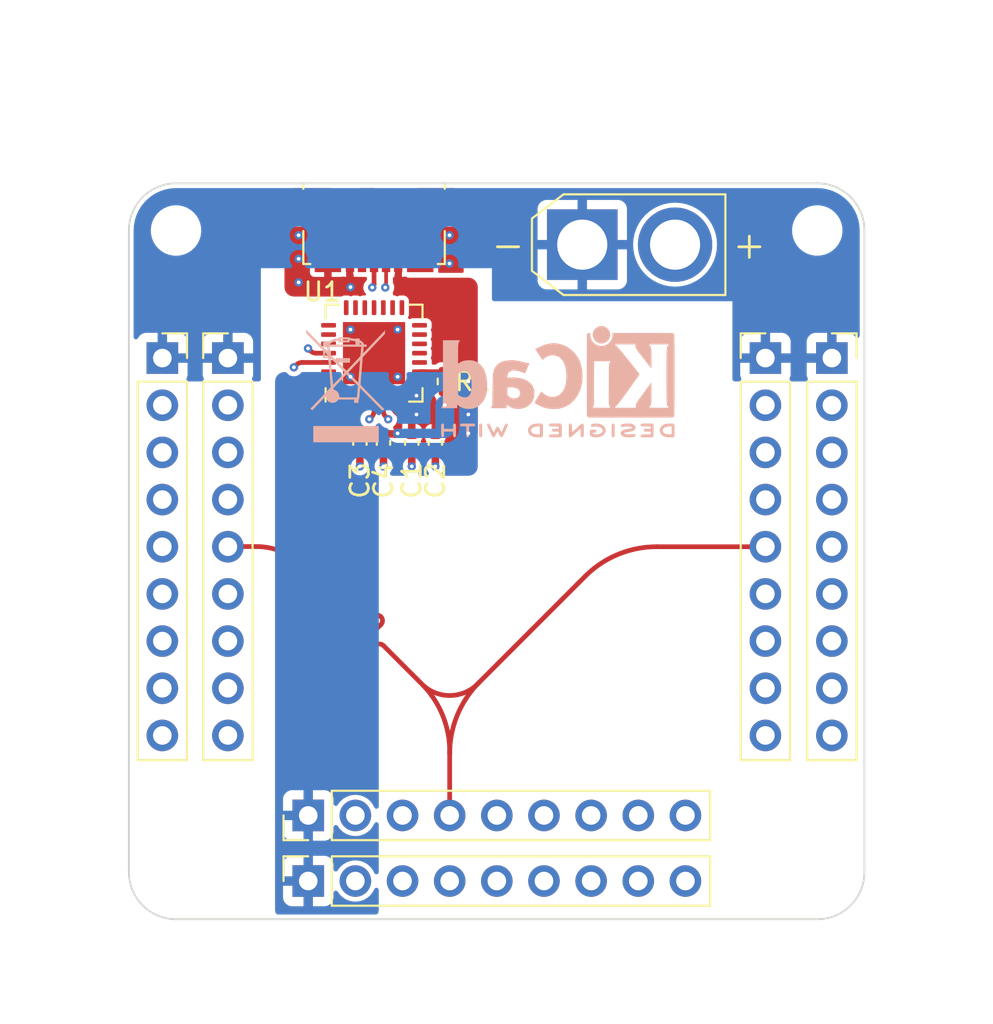
<source format=kicad_pcb>
(kicad_pcb (version 20211014) (generator pcbnew)
  (layers (0 "F.Cu" signal "Front") (1 "In1.Cu" signal) (2 "In2.Cu" signal) (31 "B.Cu" signal "Back") (34 "B.Paste" user) (35 "F.Paste" user) (36 "B.SilkS" user "B.Silkscreen") (37 "F.SilkS" user "F.Silkscreen") (38 "B.Mask" user) (39 "F.Mask" user) (44 "Edge.Cuts" user))
  (net 0 "")
  (net 1 "VBUS")
  (net 2 "GNDREF")
  (net 3 "+3V3")
  (net 4 "/D-")
  (net 5 "/D+")
  (net 6 "/SYNC")
  (net 7 "Net-(R1-Pad2)")
  (net 27 "/VS")
  (net 28 "/3V3_CAM1")
  (net 29 "/GPIO3{slash}TX_CAM1")
  (net 30 "/OPTO_GND_CAM1")
  (net 31 "/OPTO_OUT_CAM1")
  (net 32 "/OPTO_IN_CAM1")
  (net 33 "/3V3_CAM2")
  (net 34 "/GPIO3{slash}TX_CAM2")
  (net 35 "/OPTO_GND_CAM2")
  (net 36 "/OPTO_OUT_CAM2")
  (net 37 "/OPTO_IN_CAM2")
  (net 38 "/TX1")
  (net 39 "/RX1")
  (net 40 "/RESTORE")
  (net 41 "/SYNC_IN")
  (net 42 "/TX2")
  (net 43 "/RX2")
  (footprint "Capacitor_SMD:C_0402_1005Metric" (layer "F.Cu") (at 70.358 64.77 -90)
    (fp_text reference "C4" (at 2.032 0 -90) (layer "F.SilkS"))
    (fp_text value "4u7")
    (pad "1" smd roundrect (at -0.48 0 270) (size 0.56 0.62) (layers "F.Cu" "F.Paste" "F.Mask") (net 3 "+3V3"))
    (pad "2" smd roundrect (at 0.48 0 270) (size 0.56 0.62) (layers "F.Cu" "F.Paste" "F.Mask") (net 2 "GNDREF"))
  )
  (footprint "Package_DFN_QFN:QFN-28-1EP_5x5mm_P0.5mm_EP3.35x3.35mm" (layer "F.Cu") (at 69.85 59.944 90)
    (fp_text reference "U1" (at 3.302 -2.794 180) (layer "F.SilkS"))
    (fp_text value "CP2102N-Axx-xQFN28")
    (pad "1" smd roundrect (at -2.45 -1.5 90) (size 0.8 0.25) (layers "F.Cu" "F.Paste" "F.Mask"))
    (pad "2" smd roundrect (at -2.45 -1 90) (size 0.8 0.25) (layers "F.Cu" "F.Paste" "F.Mask"))
    (pad "3" smd roundrect (at -2.45 -0.5 90) (size 0.8 0.25) (layers "F.Cu" "F.Paste" "F.Mask") (net 2 "GNDREF"))
    (pad "4" smd roundrect (at -2.45 0 90) (size 0.8 0.25) (layers "F.Cu" "F.Paste" "F.Mask") (net 5 "/D+"))
    (pad "5" smd roundrect (at -2.45 0.5 90) (size 0.8 0.25) (layers "F.Cu" "F.Paste" "F.Mask") (net 4 "/D-"))
    (pad "6" smd roundrect (at -2.45 1 90) (size 0.8 0.25) (layers "F.Cu" "F.Paste" "F.Mask") (net 3 "+3V3"))
    (pad "7" smd roundrect (at -2.45 1.5 90) (size 0.8 0.25) (layers "F.Cu" "F.Paste" "F.Mask") (net 1 "VBUS"))
    (pad "8" smd roundrect (at -1.5 2.45 90) (size 0.25 0.8) (layers "F.Cu" "F.Paste" "F.Mask") (net 1 "VBUS"))
    (pad "9" smd roundrect (at -1 2.45 90) (size 0.25 0.8) (layers "F.Cu" "F.Paste" "F.Mask") (net 7 "Net-(R1-Pad2)"))
    (pad "10" smd roundrect (at -0.5 2.45 90) (size 0.25 0.8) (layers "F.Cu" "F.Paste" "F.Mask"))
    (pad "11" smd roundrect (at 0 2.45 90) (size 0.25 0.8) (layers "F.Cu" "F.Paste" "F.Mask"))
    (pad "12" smd roundrect (at 0.5 2.45 90) (size 0.25 0.8) (layers "F.Cu" "F.Paste" "F.Mask"))
    (pad "13" smd roundrect (at 1 2.45 90) (size 0.25 0.8) (layers "F.Cu" "F.Paste" "F.Mask"))
    (pad "14" smd roundrect (at 1.5 2.45 90) (size 0.25 0.8) (layers "F.Cu" "F.Paste" "F.Mask"))
    (pad "15" smd roundrect (at 2.45 1.5 90) (size 0.8 0.25) (layers "F.Cu" "F.Paste" "F.Mask"))
    (pad "16" smd roundrect (at 2.45 1 90) (size 0.8 0.25) (layers "F.Cu" "F.Paste" "F.Mask"))
    (pad "17" smd roundrect (at 2.45 0.5 90) (size 0.8 0.25) (layers "F.Cu" "F.Paste" "F.Mask"))
    (pad "18" smd roundrect (at 2.45 0 90) (size 0.8 0.25) (layers "F.Cu" "F.Paste" "F.Mask"))
    (pad "19" smd roundrect (at 2.45 -0.5 90) (size 0.8 0.25) (layers "F.Cu" "F.Paste" "F.Mask"))
    (pad "20" smd roundrect (at 2.45 -1 90) (size 0.8 0.25) (layers "F.Cu" "F.Paste" "F.Mask"))
    (pad "21" smd roundrect (at 2.45 -1.5 90) (size 0.8 0.25) (layers "F.Cu" "F.Paste" "F.Mask"))
    (pad "22" smd roundrect (at 1.5 -2.45 90) (size 0.25 0.8) (layers "F.Cu" "F.Paste" "F.Mask"))
    (pad "23" smd roundrect (at 1 -2.45 90) (size 0.25 0.8) (layers "F.Cu" "F.Paste" "F.Mask"))
    (pad "24" smd roundrect (at 0.5 -2.45 90) (size 0.25 0.8) (layers "F.Cu" "F.Paste" "F.Mask"))
    (pad "25" smd roundrect (at 0 -2.45 90) (size 0.25 0.8) (layers "F.Cu" "F.Paste" "F.Mask") (net 43 "/RX2"))
    (pad "26" smd roundrect (at -0.5 -2.45 90) (size 0.25 0.8) (layers "F.Cu" "F.Paste" "F.Mask") (net 42 "/TX2"))
    (pad "27" smd roundrect (at -1 -2.45 90) (size 0.25 0.8) (layers "F.Cu" "F.Paste" "F.Mask"))
    (pad "28" smd roundrect (at -1.5 -2.45 90) (size 0.25 0.8) (layers "F.Cu" "F.Paste" "F.Mask"))
    (pad "29" smd rect (at 0 0 90) (size 3.35 3.35) (layers "F.Cu" "F.Mask") (net 2 "GNDREF"))
  )
  (footprint "MountingHole:MountingHole_2.2mm_M2" (layer "F.Cu") (at 59.182 87.884)
    (fp_text reference "REF**" hide)
    (fp_text value "MountingHole_2.2mm_M2")
    (pad "" np_thru_hole circle (at 0 0) (size 2.2 2.2) (drill 2.2) (layers *.Cu *.Mask))
  )
  (footprint "Connector_PinSocket_2.54mm:PinSocket_1x09_P2.54mm_Vertical" (layer "F.Cu") (at 58.445 60.208008)
    (fp_text reference "J6" hide)
    (fp_text value "Conn_01x09_Female")
    (pad "1" thru_hole rect (at 0 0) (size 1.7 1.7) (drill 1) (layers *.Cu *.Mask) (net 27 "/VS"))
    (pad "2" thru_hole oval (at 0 2.54) (size 1.7 1.7) (drill 1) (layers *.Cu *.Mask) (net 2 "GNDREF"))
    (pad "3" thru_hole oval (at 0 5.08) (size 1.7 1.7) (drill 1) (layers *.Cu *.Mask) (net 28 "/3V3_CAM1"))
    (pad "4" thru_hole oval (at 0 7.62) (size 1.7 1.7) (drill 1) (layers *.Cu *.Mask) (net 29 "/GPIO3{slash}TX_CAM1"))
    (pad "5" thru_hole oval (at 0 10.16) (size 1.7 1.7) (drill 1) (layers *.Cu *.Mask) (net 6 "/SYNC"))
    (pad "6" thru_hole oval (at 0 12.7) (size 1.7 1.7) (drill 1) (layers *.Cu *.Mask) (net 2 "GNDREF"))
    (pad "7" thru_hole oval (at 0 15.24) (size 1.7 1.7) (drill 1) (layers *.Cu *.Mask) (net 30 "/OPTO_GND_CAM1"))
    (pad "8" thru_hole oval (at 0 17.78) (size 1.7 1.7) (drill 1) (layers *.Cu *.Mask) (net 31 "/OPTO_OUT_CAM1"))
    (pad "9" thru_hole oval (at 0 20.32) (size 1.7 1.7) (drill 1) (layers *.Cu *.Mask) (net 32 "/OPTO_IN_CAM1"))
  )
  (footprint "Connector_PinHeader_2.54mm:PinHeader_1x09_P2.54mm_Vertical" (layer "F.Cu") (at 90.932 60.208)
    (fp_text reference "J4" hide)
    (fp_text value "Conn_01x09_Male")
    (pad "1" thru_hole rect (at 0 0) (size 1.7 1.7) (drill 1) (layers *.Cu *.Mask) (net 27 "/VS"))
    (pad "2" thru_hole oval (at 0 2.54) (size 1.7 1.7) (drill 1) (layers *.Cu *.Mask) (net 2 "GNDREF"))
    (pad "3" thru_hole oval (at 0 5.08) (size 1.7 1.7) (drill 1) (layers *.Cu *.Mask) (net 33 "/3V3_CAM2"))
    (pad "4" thru_hole oval (at 0 7.62) (size 1.7 1.7) (drill 1) (layers *.Cu *.Mask) (net 34 "/GPIO3{slash}TX_CAM2"))
    (pad "5" thru_hole oval (at 0 10.16) (size 1.7 1.7) (drill 1) (layers *.Cu *.Mask) (net 6 "/SYNC"))
    (pad "6" thru_hole oval (at 0 12.7) (size 1.7 1.7) (drill 1) (layers *.Cu *.Mask) (net 2 "GNDREF"))
    (pad "7" thru_hole oval (at 0 15.24) (size 1.7 1.7) (drill 1) (layers *.Cu *.Mask) (net 35 "/OPTO_GND_CAM2"))
    (pad "8" thru_hole oval (at 0 17.78) (size 1.7 1.7) (drill 1) (layers *.Cu *.Mask) (net 36 "/OPTO_OUT_CAM2"))
    (pad "9" thru_hole oval (at 0 20.32) (size 1.7 1.7) (drill 1) (layers *.Cu *.Mask) (net 37 "/OPTO_IN_CAM2"))
  )
  (footprint "Connector_PinHeader_2.54mm:PinHeader_1x09_P2.54mm_Vertical" (layer "F.Cu") (at 66.304 84.836 90)
    (fp_text reference "J5" hide)
    (fp_text value "Conn_01x09_Male")
    (pad "1" thru_hole rect (at 0 0 90) (size 1.7 1.7) (drill 1) (layers *.Cu *.Mask) (net 1 "VBUS"))
    (pad "2" thru_hole oval (at 0 2.54 90) (size 1.7 1.7) (drill 1) (layers *.Cu *.Mask) (net 38 "/TX1"))
    (pad "3" thru_hole oval (at 0 5.08 90) (size 1.7 1.7) (drill 1) (layers *.Cu *.Mask) (net 39 "/RX1"))
    (pad "4" thru_hole oval (at 0 7.62 90) (size 1.7 1.7) (drill 1) (layers *.Cu *.Mask) (net 6 "/SYNC"))
    (pad "5" thru_hole oval (at 0 10.16 90) (size 1.7 1.7) (drill 1) (layers *.Cu *.Mask) (net 2 "GNDREF"))
    (pad "6" thru_hole oval (at 0 12.7 90) (size 1.7 1.7) (drill 1) (layers *.Cu *.Mask) (net 40 "/RESTORE"))
    (pad "7" thru_hole oval (at 0 15.24 90) (size 1.7 1.7) (drill 1) (layers *.Cu *.Mask) (net 41 "/SYNC_IN"))
    (pad "8" thru_hole oval (at 0 17.78 90) (size 1.7 1.7) (drill 1) (layers *.Cu *.Mask) (net 42 "/TX2"))
    (pad "9" thru_hole oval (at 0 20.32 90) (size 1.7 1.7) (drill 1) (layers *.Cu *.Mask) (net 43 "/RX2"))
  )
  (footprint "Capacitor_SMD:C_0402_1005Metric" (layer "F.Cu") (at 73.152 64.77 -90)
    (fp_text reference "C2" (at 2.032 0 90) (layer "F.SilkS"))
    (fp_text value "100n")
    (pad "1" smd roundrect (at -0.48 0 270) (size 0.56 0.62) (layers "F.Cu" "F.Paste" "F.Mask") (net 1 "VBUS"))
    (pad "2" smd roundrect (at 0.48 0 270) (size 0.56 0.62) (layers "F.Cu" "F.Paste" "F.Mask") (net 2 "GNDREF"))
  )
  (footprint "MountingHole:MountingHole_2.2mm_M2" (layer "F.Cu") (at 59.182 53.34)
    (fp_text reference "REF**" hide)
    (fp_text value "MountingHole_2.2mm_M2")
    (pad "" np_thru_hole circle (at 0 0) (size 2.2 2.2) (drill 2.2) (layers *.Cu *.Mask))
  )
  (footprint "MountingHole:MountingHole_2.2mm_M2" (layer "F.Cu") (at 93.726 87.884)
    (fp_text reference "REF**" hide)
    (fp_text value "MountingHole_2.2mm_M2")
    (pad "" np_thru_hole circle (at 0 0) (size 2.2 2.2) (drill 2.2) (layers *.Cu *.Mask))
  )
  (footprint "Connector_USB:USB_Micro-B_Molex_47346-0001" (layer "F.Cu") (at 69.85 53.432 180)
    (fp_text reference "J2" hide)
    (fp_text value "USB_B_Micro")
    (pad "1" smd rect (at -1.3 -1.46 180) (size 0.45 1.38) (layers "F.Cu" "F.Paste" "F.Mask") (net 1 "VBUS"))
    (pad "2" smd rect (at -0.65 -1.46 180) (size 0.45 1.38) (layers "F.Cu" "F.Paste" "F.Mask") (net 4 "/D-"))
    (pad "3" smd rect (at 0 -1.46 180) (size 0.45 1.38) (layers "F.Cu" "F.Paste" "F.Mask") (net 5 "/D+"))
    (pad "4" smd rect (at 0.65 -1.46 180) (size 0.45 1.38) (layers "F.Cu" "F.Paste" "F.Mask"))
    (pad "5" smd rect (at 1.3 -1.46 180) (size 0.45 1.38) (layers "F.Cu" "F.Paste" "F.Mask") (net 2 "GNDREF"))
    (pad "6" smd rect (at 2.4875 -1.375 180) (size 1.425 1.55) (layers "F.Cu" "F.Paste" "F.Mask") (net 2 "GNDREF"))
    (pad "6" smd rect (at -2.4875 -1.375 180) (size 1.425 1.55) (layers "F.Cu" "F.Paste" "F.Mask") (net 2 "GNDREF"))
    (pad "6" smd rect (at -1.15 1.2 180) (size 1.8 1.9) (layers "F.Cu" "F.Paste" "F.Mask") (net 2 "GNDREF"))
    (pad "6" smd rect (at 1.55 1.2 180) (size 1 1.9) (layers "F.Cu" "F.Paste" "F.Mask") (net 2 "GNDREF"))
    (pad "6" smd rect (at 3.375 1.2 180) (size 1.65 1.3) (layers "F.Cu" "F.Paste" "F.Mask") (net 2 "GNDREF"))
    (pad "6" smd rect (at -3.375 1.2 180) (size 1.65 1.3) (layers "F.Cu" "F.Paste" "F.Mask") (net 2 "GNDREF"))
  )
  (footprint "Connector_AMASS:AMASS_XT30U-F_1x02_P5.0mm_Vertical" (layer "F.Cu") (at 81.066 54.102)
    (fp_text reference "J1" hide)
    (fp_text value "Conn_01x02_Female")
    (fp_text user "-" (at -4 0) (layer "F.SilkS") (effects (font (size 1.5 1.5))))
    (fp_text user "+" (at 9 0) (layer "F.SilkS") (effects (font (size 1.5 1.5))))
    (pad "1" thru_hole rect (at 0 0) (size 3.8 3.8) (drill 2.7) (layers *.Cu *.Mask) (net 27 "/VS"))
    (pad "2" thru_hole circle (at 5 0) (size 4 4) (drill 2.7) (layers *.Cu *.Mask) (net 2 "GNDREF"))
  )
  (footprint "Capacitor_SMD:C_0402_1005Metric" (layer "F.Cu") (at 71.882 64.77 -90)
    (fp_text reference "C1" (at 2.032 0 90) (layer "F.SilkS"))
    (fp_text value "4u7")
    (pad "1" smd roundrect (at -0.48 0 270) (size 0.56 0.62) (layers "F.Cu" "F.Paste" "F.Mask") (net 1 "VBUS"))
    (pad "2" smd roundrect (at 0.48 0 270) (size 0.56 0.62) (layers "F.Cu" "F.Paste" "F.Mask") (net 2 "GNDREF"))
  )
  (footprint "MountingHole:MountingHole_2.2mm_M2" (layer "F.Cu") (at 93.726 53.34)
    (fp_text reference "REF**" hide)
    (fp_text value "MountingHole_2.2mm_M2")
    (pad "" np_thru_hole circle (at 0 0) (size 2.2 2.2) (drill 2.2) (layers *.Cu *.Mask))
  )
  (footprint "Connector_PinSocket_2.54mm:PinSocket_1x09_P2.54mm_Vertical" (layer "F.Cu") (at 94.512994 60.208008)
    (fp_text reference "J7" hide)
    (fp_text value "Conn_01x09_Female")
    (pad "1" thru_hole rect (at 0 0) (size 1.7 1.7) (drill 1) (layers *.Cu *.Mask) (net 27 "/VS"))
    (pad "2" thru_hole oval (at 0 2.54) (size 1.7 1.7) (drill 1) (layers *.Cu *.Mask) (net 2 "GNDREF"))
    (pad "3" thru_hole oval (at 0 5.08) (size 1.7 1.7) (drill 1) (layers *.Cu *.Mask) (net 33 "/3V3_CAM2"))
    (pad "4" thru_hole oval (at 0 7.62) (size 1.7 1.7) (drill 1) (layers *.Cu *.Mask) (net 34 "/GPIO3{slash}TX_CAM2"))
    (pad "5" thru_hole oval (at 0 10.16) (size 1.7 1.7) (drill 1) (layers *.Cu *.Mask) (net 6 "/SYNC"))
    (pad "6" thru_hole oval (at 0 12.7) (size 1.7 1.7) (drill 1) (layers *.Cu *.Mask) (net 2 "GNDREF"))
    (pad "7" thru_hole oval (at 0 15.24) (size 1.7 1.7) (drill 1) (layers *.Cu *.Mask) (net 35 "/OPTO_GND_CAM2"))
    (pad "8" thru_hole oval (at 0 17.78) (size 1.7 1.7) (drill 1) (layers *.Cu *.Mask) (net 36 "/OPTO_OUT_CAM2"))
    (pad "9" thru_hole oval (at 0 20.32) (size 1.7 1.7) (drill 1) (layers *.Cu *.Mask) (net 37 "/OPTO_IN_CAM2"))
  )
  (footprint "Resistor_SMD:R_0402_1005Metric" (layer "F.Cu") (at 73.66 61.468 90)
    (fp_text reference "R1" (at 0 1.524 180) (layer "F.SilkS"))
    (fp_text value "5k1")
    (pad "1" smd roundrect (at -0.51 0 90) (size 0.54 0.64) (layers "F.Cu" "F.Paste" "F.Mask") (net 3 "+3V3"))
    (pad "2" smd roundrect (at 0.51 0 90) (size 0.54 0.64) (layers "F.Cu" "F.Paste" "F.Mask") (net 7 "Net-(R1-Pad2)"))
  )
  (footprint "Connector_PinSocket_2.54mm:PinSocket_1x09_P2.54mm_Vertical" (layer "F.Cu") (at 66.304 88.367 90)
    (fp_text reference "J8" hide)
    (fp_text value "Conn_01x09_Female")
    (pad "1" thru_hole rect (at 0 0 90) (size 1.7 1.7) (drill 1) (layers *.Cu *.Mask) (net 1 "VBUS"))
    (pad "2" thru_hole oval (at 0 2.54 90) (size 1.7 1.7) (drill 1) (layers *.Cu *.Mask) (net 38 "/TX1"))
    (pad "3" thru_hole oval (at 0 5.08 90) (size 1.7 1.7) (drill 1) (layers *.Cu *.Mask) (net 39 "/RX1"))
    (pad "4" thru_hole oval (at 0 7.62 90) (size 1.7 1.7) (drill 1) (layers *.Cu *.Mask) (net 6 "/SYNC"))
    (pad "5" thru_hole oval (at 0 10.16 90) (size 1.7 1.7) (drill 1) (layers *.Cu *.Mask) (net 2 "GNDREF"))
    (pad "6" thru_hole oval (at 0 12.7 90) (size 1.7 1.7) (drill 1) (layers *.Cu *.Mask) (net 40 "/RESTORE"))
    (pad "7" thru_hole oval (at 0 15.24 90) (size 1.7 1.7) (drill 1) (layers *.Cu *.Mask) (net 41 "/SYNC_IN"))
    (pad "8" thru_hole oval (at 0 17.78 90) (size 1.7 1.7) (drill 1) (layers *.Cu *.Mask) (net 42 "/TX2"))
    (pad "9" thru_hole oval (at 0 20.32 90) (size 1.7 1.7) (drill 1) (layers *.Cu *.Mask) (net 43 "/RX2"))
  )
  (footprint "Connector_PinHeader_2.54mm:PinHeader_1x09_P2.54mm_Vertical" (layer "F.Cu") (at 61.976 60.208008)
    (fp_text reference "J3" hide)
    (fp_text value "Conn_01x09_Male")
    (pad "1" thru_hole rect (at 0 0) (size 1.7 1.7) (drill 1) (layers *.Cu *.Mask) (net 27 "/VS"))
    (pad "2" thru_hole oval (at 0 2.54) (size 1.7 1.7) (drill 1) (layers *.Cu *.Mask) (net 2 "GNDREF"))
    (pad "3" thru_hole oval (at 0 5.08) (size 1.7 1.7) (drill 1) (layers *.Cu *.Mask) (net 28 "/3V3_CAM1"))
    (pad "4" thru_hole oval (at 0 7.62) (size 1.7 1.7) (drill 1) (layers *.Cu *.Mask) (net 29 "/GPIO3{slash}TX_CAM1"))
    (pad "5" thru_hole oval (at 0 10.16) (size 1.7 1.7) (drill 1) (layers *.Cu *.Mask) (net 6 "/SYNC"))
    (pad "6" thru_hole oval (at 0 12.7) (size 1.7 1.7) (drill 1) (layers *.Cu *.Mask) (net 2 "GNDREF"))
    (pad "7" thru_hole oval (at 0 15.24) (size 1.7 1.7) (drill 1) (layers *.Cu *.Mask) (net 30 "/OPTO_GND_CAM1"))
    (pad "8" thru_hole oval (at 0 17.78) (size 1.7 1.7) (drill 1) (layers *.Cu *.Mask) (net 31 "/OPTO_OUT_CAM1"))
    (pad "9" thru_hole oval (at 0 20.32) (size 1.7 1.7) (drill 1) (layers *.Cu *.Mask) (net 32 "/OPTO_IN_CAM1"))
  )
  (footprint "Capacitor_SMD:C_0402_1005Metric" (layer "F.Cu") (at 69.088 64.77 -90)
    (fp_text reference "C3" (at 2.032 0 90) (layer "F.SilkS"))
    (fp_text value "100n")
    (pad "1" smd roundrect (at -0.48 0 270) (size 0.56 0.62) (layers "F.Cu" "F.Paste" "F.Mask") (net 3 "+3V3"))
    (pad "2" smd roundrect (at 0.48 0 270) (size 0.56 0.62) (layers "F.Cu" "F.Paste" "F.Mask") (net 2 "GNDREF"))
  )
  (footprint "Symbol:KiCad-Logo2_5mm_SilkScreen" (layer "B.Cu") (at 79.756 61.468 180)
    (fp_text reference "REF**" hide)
    (fp_text value "KiCad-Logo2_5mm_SilkScreen" hide)
  )
  (footprint "Symbol:WEEE-Logo_4.2x6mm_SilkScreen" (layer "B.Cu") (at 68.326 61.722 180)
    (fp_text reference "REF**" hide)
    (fp_text value "WEEE-Logo_4.2x6mm_SilkScreen" hide)
  )
  (gr_arc (start 96.266 87.884) (mid 95.522051 89.680051) (end 93.726 90.424) (layer "Edge.Cuts") (width 0.1))
  (gr_line (start 56.642 87.884) (end 56.642 53.34) (layer "Edge.Cuts") (width 0.1))
  (gr_line (start 93.726 50.8) (end 59.182 50.8) (layer "Edge.Cuts") (width 0.1))
  (gr_arc (start 59.182 90.424) (mid 57.385949 89.680051) (end 56.642 87.884) (layer "Edge.Cuts") (width 0.1))
  (gr_line (start 96.266 53.34) (end 96.266 87.884) (layer "Edge.Cuts") (width 0.1))
  (gr_arc (start 93.726 50.8) (mid 95.522051 51.543949) (end 96.266 53.34) (layer "Edge.Cuts") (width 0.1))
  (gr_arc (start 56.642 53.34) (mid 57.385949 51.543949) (end 59.182 50.8) (layer "Edge.Cuts") (width 0.1))
  (gr_line (start 93.726 90.424) (end 59.182 90.424) (layer "Edge.Cuts") (width 0.1))
  (via (at 74.93 61.468) (size 0.45) (drill 0.2) (layers "F.Cu" "B.Cu") (net 1))
  (via (at 72.136 63.246) (size 0.45) (drill 0.2) (layers "F.Cu" "B.Cu") (net 1))
  (via (at 74.93 64.262) (size 0.45) (drill 0.2) (layers "F.Cu" "B.Cu") (net 1))
  (via (at 72.136 62.23) (size 0.45) (drill 0.2) (layers "F.Cu" "B.Cu") (net 1))
  (via (at 74.93 63.246) (size 0.45) (drill 0.2) (layers "F.Cu" "B.Cu") (net 1))
  (segment (start 69.6 60.194) (end 69.85 59.944) (width 0.254) (layer "F.Cu") (net 2))
  (segment (start 70.358 66.04) (end 70.358 65.25) (width 0.4064) (layer "F.Cu") (net 2))
  (segment (start 69.35 60.797553) (end 69.35 62.394) (width 0.254) (layer "F.Cu") (net 2))
  (segment (start 69.088 66.04) (end 69.088 65.25) (width 0.4064) (layer "F.Cu") (net 2))
  (segment (start 71.882 66.04) (end 71.882 65.25) (width 0.4064) (layer "F.Cu") (net 2))
  (segment (start 73.152 66.04) (end 73.152 65.25) (width 0.4064) (layer "F.Cu") (net 2))
  (via (at 65.786 56.134) (size 0.45) (drill 0.2) (layers "F.Cu" "B.Cu") (net 2))
  (via (at 68.58 56.388) (size 0.45) (drill 0.2) (layers "F.Cu" "B.Cu") (net 2))
  (via (at 65.786 54.864) (size 0.45) (drill 0.2) (layers "F.Cu" "B.Cu") (net 2))
  (via (at 71.882 66.04) (size 0.45) (drill 0.2) (layers "F.Cu" "B.Cu") (net 2))
  (via (at 73.914 55.118) (size 0.45) (drill 0.2) (layers "F.Cu" "B.Cu") (net 2))
  (via (at 65.786 53.594) (size 0.45) (drill 0.2) (layers "F.Cu" "B.Cu") (net 2))
  (via (at 70.358 66.04) (size 0.45) (drill 0.2) (layers "F.Cu" "B.Cu") (net 2))
  (via (at 68.58 58.674) (size 0.45) (drill 0.2) (layers "F.Cu" "B.Cu") (net 2))
  (via (at 68.58 61.214) (size 0.45) (drill 0.2) (layers "F.Cu" "B.Cu") (net 2))
  (via (at 73.914 53.594) (size 0.45) (drill 0.2) (layers "F.Cu" "B.Cu") (net 2))
  (via (at 71.12 61.214) (size 0.45) (drill 0.2) (layers "F.Cu" "B.Cu") (net 2))
  (via (at 73.152 66.04) (size 0.45) (drill 0.2) (layers "F.Cu" "B.Cu") (net 2))
  (via (at 71.12 58.674) (size 0.45) (drill 0.2) (layers "F.Cu" "B.Cu") (net 2))
  (via (at 69.088 66.04) (size 0.45) (drill 0.2) (layers "F.Cu" "B.Cu") (net 2))
  (arc (start 69.6 60.194) (mid 69.414972 60.470912) (end 69.35 60.797553) (width 0.254) (layer "F.Cu") (net 2))
  (segment (start 73.66 62.738) (end 73.66 61.978) (width 0.4064) (layer "F.Cu") (net 3))
  (segment (start 70.99062 63.094139) (end 71.131241 63.23476) (width 0.254) (layer "F.Cu") (net 3))
  (segment (start 70.85 62.754651) (end 70.85 62.394) (width 0.254) (layer "F.Cu") (net 3))
  (via (at 71.12 64.262) (size 0.45) (drill 0.2) (layers "F.Cu" "B.Cu") (net 3))
  (via (at 73.66 62.738) (size 0.45) (drill 0.2) (layers "F.Cu" "B.Cu") (net 3))
  (arc (start 70.85 62.754651) (mid 70.886545 62.93838) (end 70.99062 63.094139) (width 0.254) (layer "F.Cu") (net 3))
  (segment (start 70.454 56.408223) (end 70.477 56.385223) (width 0.2) (layer "F.Cu") (net 4))
  (segment (start 70.612 63.5) (end 70.481 63.369) (width 0.254) (layer "F.Cu") (net 4))
  (segment (start 70.35 63.052738) (end 70.35 62.394) (width 0.254) (layer "F.Cu") (net 4))
  (segment (start 70.454 56.408223) (end 70.477 56.385223) (width 0.254) (layer "F.Cu") (net 4))
  (segment (start 70.5 56.329696) (end 70.5 54.892) (width 0.2) (layer "F.Cu") (net 4))
  (via (at 70.612 63.5) (size 0.45) (drill 0.2) (layers "F.Cu" "B.Cu") (net 4))
  (via (at 70.454 56.408223) (size 0.45) (drill 0.2) (layers "F.Cu" "B.Cu") (net 4))
  (arc (start 70.35 63.052738) (mid 70.384045 63.223897) (end 70.481 63.369) (width 0.254) (layer "F.Cu") (net 4))
  (arc (start 70.5 56.329696) (mid 70.494022 56.359747) (end 70.477 56.385223) (width 0.2) (layer "F.Cu") (net 4))
  (arc (start 70.477 56.385223) (mid 70.494022 56.359747) (end 70.5 56.329696) (width 0.254) (layer "F.Cu") (net 4))
  (segment (start 69.85 63.066394) (end 69.85 62.394) (width 0.254) (layer "F.Cu") (net 5))
  (segment (start 69.596 63.5) (end 69.723 63.373) (width 0.254) (layer "F.Cu") (net 5))
  (segment (start 69.85 56.24434) (end 69.85 54.892) (width 0.254) (layer "F.Cu") (net 5))
  (segment (start 69.754 56.408223) (end 69.802 56.360223) (width 0.254) (layer "F.Cu") (net 5))
  (via (at 69.754 56.408223) (size 0.45) (drill 0.2) (layers "F.Cu" "B.Cu") (net 5))
  (via (at 69.596 63.5) (size 0.45) (drill 0.2) (layers "F.Cu" "B.Cu") (net 5))
  (arc (start 69.85 56.24434) (mid 69.837525 56.307055) (end 69.802 56.360223) (width 0.254) (layer "F.Cu") (net 5))
  (arc (start 69.85 63.066394) (mid 69.816993 63.232328) (end 69.723 63.373) (width 0.254) (layer "F.Cu") (net 5))
  (segment (start 68.143012 73.477012) (end 66.098092 71.432092) (width 0.254) (layer "F.Cu") (net 6))
  (segment (start 61.981004 70.363004) (end 61.976 70.368008) (width 0.254) (layer "F.Cu") (net 6))
  (segment (start 69.792311 74.136362) (end 69.792311 74.136363) (width 0.254) (layer "F.Cu") (net 6))
  (segment (start 68.378095 74.702044) (end 68.378097 74.702045) (width 0.254) (layer "F.Cu") (net 6))
  (segment (start 69.933734 75.691999) (end 69.650892 75.974842) (width 0.254) (layer "F.Cu") (net 6))
  (segment (start 69.933735 75.691999) (end 69.933734 75.691999) (width 0.254) (layer "F.Cu") (net 6))
  (segment (start 72.509787 77.843787) (end 70.358 75.692) (width 0.254) (layer "F.Cu") (net 6))
  (segment (start 81.220207 71.961792) (end 75.517792 77.664207) (width 0.254) (layer "F.Cu") (net 6))
  (segment (start 69.226627 75.550577) (end 69.226627 75.550576) (width 0.254) (layer "F.Cu") (net 6))
  (segment (start 63.505004 70.358) (end 61.993084 70.358) (width 0.254) (layer "F.Cu") (net 6))
  (segment (start 69.085202 74.843467) (end 68.80236 75.126309) (width 0.254) (layer "F.Cu") (net 6))
  (segment (start 73.924 81.511963) (end 73.924 84.836) (width 0.254) (layer "F.Cu") (net 6))
  (segment (start 68.660938 73.994937) (end 68.143012 73.477012) (width 0.254) (layer "F.Cu") (net 6))
  (segment (start 69.721602 75.055602) (end 70.216576 74.560627) (width 0.254) (layer "F.Cu") (net 6))
  (segment (start 85.067963 70.368) (end 90.932 70.368) (width 0.254) (layer "F.Cu") (net 6))
  (segment (start 69.226627 75.550576) (end 69.721602 75.055602) (width 0.254) (layer "F.Cu") (net 6))
  (segment (start 69.297336 74.631336) (end 69.085202 74.843467) (width 0.254) (layer "F.Cu") (net 6))
  (segment (start 68.378097 74.702045) (end 68.660938 74.419201) (width 0.254) (layer "F.Cu") (net 6))
  (segment (start 69.792311 74.136363) (end 69.297336 74.631336) (width 0.254) (layer "F.Cu") (net 6))
  (arc (start 72.509787 77.843787) (mid 73.976597 78.376975) (end 75.517792 77.664207) (width 0.254) (layer "F.Cu") (net 6))
  (arc (start 75.517792 77.664207) (mid 74.338213 79.429572) (end 73.924 81.511963) (width 0.254) (layer "F.Cu") (net 6))
  (arc (start 85.067963 70.368) (mid 82.985572 70.782213) (end 81.220207 71.961792) (width 0.254) (layer "F.Cu") (net 6))
  (arc (start 66.098092 71.432092) (mid 64.908373 70.637147) (end 63.505004 70.358) (width 0.254) (layer "F.Cu") (net 6))
  (arc (start 73.924 81.511963) (mid 73.556458 79.476243) (end 72.509787 77.843787) (width 0.254) (layer "F.Cu") (net 6))
  (arc (start 70.358 75.692) (mid 70.145867 75.60413) (end 69.933735 75.691999) (width 0.254) (layer "F.Cu") (net 6))
  (arc (start 69.650892 75.974842) (mid 69.43876 76.06271) (end 69.226628 75.974842) (width 0.254) (layer "F.Cu") (net 6))
  (arc (start 61.993084 70.358) (mid 61.986546 70.3593) (end 61.981004 70.363004) (width 0.254) (layer "F.Cu") (net 6))
  (arc (start 68.80236 75.126309) (mid 68.590228 75.214177) (end 68.378096 75.126309) (width 0.254) (layer "F.Cu") (net 6))
  (arc (start 69.226628 75.974842) (mid 69.138758 75.762709) (end 69.226627 75.550577) (width 0.254) (layer "F.Cu") (net 6))
  (arc (start 68.378096 75.126309) (mid 68.290228 74.914178) (end 68.378095 74.702044) (width 0.254) (layer "F.Cu") (net 6))
  (arc (start 68.660938 74.419201) (mid 68.748806 74.207069) (end 68.660938 73.994937) (width 0.254) (layer "F.Cu") (net 6))
  (arc (start 70.216576 74.560627) (mid 70.304444 74.348495) (end 70.216576 74.136363) (width 0.254) (layer "F.Cu") (net 6))
  (arc (start 70.216576 74.136363) (mid 70.004444 74.048494) (end 69.792311 74.136362) (width 0.254) (layer "F.Cu") (net 6))
  (segment (start 73.653 60.951) (end 73.6565 60.9545) (width 0.254) (layer "F.Cu") (net 7))
  (segment (start 73.6361 60.944) (end 72.3 60.944) (width 0.254) (layer "F.Cu") (net 7))
  (segment (start 73.653 60.951) (end 73.6565 60.9545) (width 0.254) (layer "F.Cu") (net 7))
  (segment (start 73.642 60.944) (end 73.658 60.96) (width 0.254) (layer "F.Cu") (net 7))
  (arc (start 73.6565 60.9545) (mid 73.6565 60.9545) (end 73.6565 60.9545) (width 0.254) (layer "F.Cu") (net 7))
  (arc (start 73.653 60.951) (mid 73.645246 60.945819) (end 73.6361 60.944) (width 0.254) (layer "F.Cu") (net 7))
  (arc (start 73.653 60.951) (mid 73.645246 60.945819) (end 73.6361 60.944) (width 0.254) (layer "F.Cu") (net 7))
  (segment (start 65.663 60.575) (end 65.532 60.706) (width 0.254) (layer "F.Cu") (net 42))
  (segment (start 65.979261 60.444) (end 67.4 60.444) (width 0.254) (layer "F.Cu") (net 42))
  (via (at 65.532 60.706) (size 0.45) (drill 0.2) (layers "F.Cu" "B.Cu") (net 42))
  (arc (start 65.979261 60.444) (mid 65.808101 60.478045) (end 65.663 60.575) (width 0.254) (layer "F.Cu") (net 42))
  (segment (start 66.421 59.817) (end 66.294 59.69) (width 0.254) (layer "F.Cu") (net 43))
  (segment (start 66.727605 59.944) (end 67.4 59.944) (width 0.254) (layer "F.Cu") (net 43))
  (via (at 66.294 59.69) (size 0.45) (drill 0.2) (layers "F.Cu" "B.Cu") (net 43))
  (arc (start 66.421 59.817) (mid 66.561671 59.910993) (end 66.727605 59.944) (width 0.254) (layer "F.Cu") (net 43))
  (zone (net 2) (net_name "GNDREF") (layer "F.Cu") (connect_pads (clearance 0.254)) (min_thickness 0.127) (fill yes (thermal_gap 0.254) (thermal_bridge_width 0.4064) (smoothing fillet) (radius 0.508))
    (polygon (pts (xy 74.676 56.896) (xy 65.024 56.896) (xy 65.024 51.054) (xy 74.676 51.054)))
  )
  (zone (net 1) (net_name "VBUS") (layer "F.Cu") (priority 1) (connect_pads (clearance 0.254)) (min_thickness 0.127) (fill yes (thermal_gap 0.254) (thermal_bridge_width 0.4064) (smoothing fillet) (radius 0.508))
    (polygon (pts (xy 75.438 64.77) (xy 70.866 64.77) (xy 70.866 53.848) (xy 71.882 53.848) (xy 71.628 55.88) (xy 75.438 55.88)))
  )
  (zone (net 3) (net_name "+3V3") (layer "F.Cu") (priority 2) (connect_pads (clearance 0.254)) (min_thickness 0.127) (fill yes (thermal_gap 0.254) (thermal_bridge_width 0.4064) (smoothing fillet) (radius 0.254))
    (polygon (pts (xy 71.374 64.516) (xy 68.834 64.516) (xy 68.834 64.008) (xy 70.612 64.008) (xy 70.612 61.976) (xy 71.374 61.976)))
  )
  (zone (net 3) (net_name "+3V3") (layer "B.Cu") (priority 1) (connect_pads (clearance 0.254)) (min_thickness 0.254) (fill yes (thermal_gap 0.508) (thermal_bridge_width 0.508) (smoothing fillet) (radius 0.508))
    (polygon (pts (xy 74.168 62.23) (xy 74.168 64.516) (xy 70.866 64.516) (xy 70.866 64.008) (xy 73.152 64.008) (xy 73.152 62.23)))
  )
  (zone (net 27) (net_name "/VS") (layer "B.Cu") (connect_pads (clearance 0.254)) (min_thickness 0.254) (fill yes (thermal_gap 0.508) (thermal_bridge_width 0.508))
    (polygon (pts (xy 96.266 61.468) (xy 89.154 61.468) (xy 89.154 57.15) (xy 76.2 57.15) (xy 76.2 55.372) (xy 63.754 55.372) (xy 63.754 61.468) (xy 56.642 61.468) (xy 56.642 50.8) (xy 96.266 50.8)))
  )
  (zone (net 1) (net_name "VBUS") (layer "B.Cu") (connect_pads (clearance 0.254)) (min_thickness 0.254) (fill yes (thermal_gap 0.508) (thermal_bridge_width 0.508) (smoothing fillet) (radius 0.508))
    (polygon (pts (xy 75.438 66.548) (xy 70.104 66.548) (xy 70.104 90.424) (xy 64.516 90.424) (xy 64.516 60.96) (xy 75.438 60.96)))
  )
)
</source>
